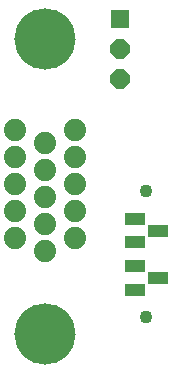
<source format=gbs>
G75*
%MOIN*%
%OFA0B0*%
%FSLAX24Y24*%
%IPPOS*%
%LPD*%
%AMOC8*
5,1,8,0,0,1.08239X$1,22.5*
%
%ADD10C,0.0743*%
%ADD11C,0.2040*%
%ADD12R,0.0640X0.0640*%
%ADD13OC8,0.0640*%
%ADD14R,0.0709X0.0394*%
%ADD15C,0.0434*%
D10*
X006096Y004924D03*
X006096Y005825D03*
X006096Y006727D03*
X006096Y007629D03*
X006096Y008530D03*
X007096Y008081D03*
X007096Y007180D03*
X007096Y006278D03*
X007096Y005377D03*
X007096Y004475D03*
X008096Y004924D03*
X008096Y005825D03*
X008096Y006727D03*
X008096Y007629D03*
X008096Y008530D03*
D11*
X007096Y011546D03*
X007096Y001703D03*
D12*
X009584Y012231D03*
D13*
X009584Y011231D03*
X009584Y010231D03*
D14*
X010072Y005561D03*
X010072Y004774D03*
X010072Y003986D03*
X010072Y003199D03*
X010860Y003593D03*
X010860Y005167D03*
D15*
X010466Y006480D03*
X010466Y002280D03*
M02*

</source>
